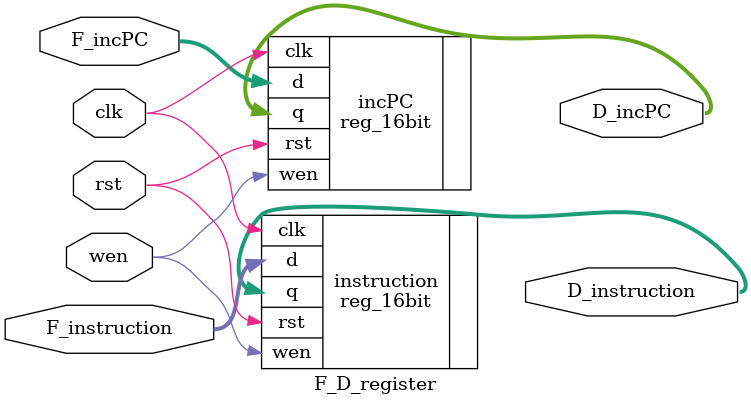
<source format=v>
module F_D_register(clk, rst, wen, F_instruction, F_incPC, D_instruction, D_incPC);
    input[15:0] F_instruction, F_incPC;
    input clk, rst, wen;
    output[15:0] D_instruction, D_incPC;
	
    reg_16bit instruction(.clk(clk), .rst(rst), .wen(wen), .d(F_instruction), .q(D_instruction));
    reg_16bit incPC(.clk(clk), .rst(rst), .wen(wen), .d(F_incPC), .q(D_incPC));

endmodule

</source>
